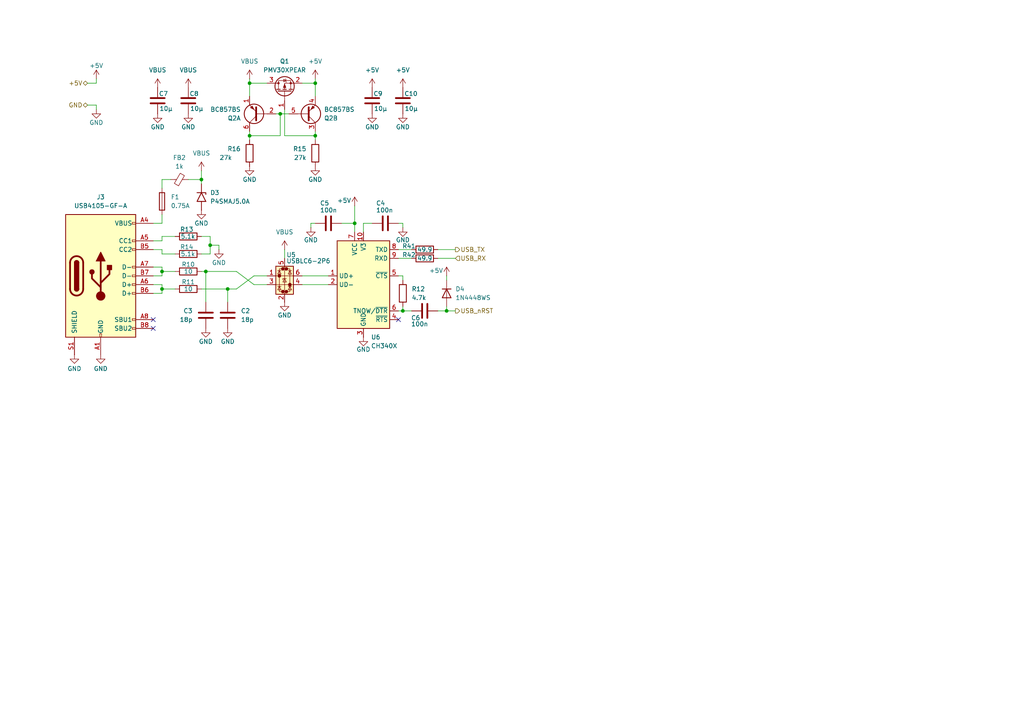
<source format=kicad_sch>
(kicad_sch (version 20241004) (generator "eeschema") (generator_version "8.99")
  (paper "A4")
  (title_block (title "Poe Ethernet GPIB Adapter") (date "2024-12-25") (rev "1") (company "KOFOTRONIC"))
  (lib_symbols
    (symbol "Connector:USB_C_Receptacle_USB2.0" (pin_names (offset 1.016))
      (property "Reference" "J" (at -10.16 19.05 0))
      (property "Value" "USB_C_Receptacle_USB2.0" (at 19.05 19.05 0))
      (symbol "USB_C_Receptacle_USB2.0_0_0"
        (rectangle (start -0.254 -17.78) (end 0.254 -16.764))
        (rectangle (start 10.16 15.494) (end 9.144 14.986))
        (rectangle (start 10.16 10.414) (end 9.144 9.906))
        (rectangle (start 10.16 7.874) (end 9.144 7.366))
        (rectangle (start 10.16 2.794) (end 9.144 2.286))
        (rectangle (start 10.16 0.254) (end 9.144 -0.254))
        (rectangle (start 10.16 -2.286) (end 9.144 -2.794))
        (rectangle (start 10.16 -4.826) (end 9.144 -5.334))
        (rectangle (start 10.16 -12.446) (end 9.144 -12.954))
        (rectangle (start 10.16 -14.986) (end 9.144 -15.494))
      )
      (symbol "USB_C_Receptacle_USB2.0_0_1"
        (rectangle (start -10.16 17.78) (end 10.16 -17.78) (stroke (width 0.254)) (fill (type background)))
        (polyline (pts (xy -8.89 -3.81) (xy -8.89 3.81)) (stroke (width 0.508)))
        (rectangle (start -7.62 -3.81) (end -6.35 3.81) (stroke (width 0.254)) (fill (type outline)))
        (arc (start -7.62 3.81) (mid -6.985 4.4423) (end -6.35 3.81) (stroke (width 0.254)) (fill (type outline)))
        (arc (start -7.62 3.81) (mid -6.985 4.4423) (end -6.35 3.81) (stroke (width 0.254)))
        (arc (start -8.89 3.81) (mid -6.985 5.7067) (end -5.08 3.81) (stroke (width 0.508)))
        (arc (start -5.08 -3.81) (mid -6.985 -5.7067) (end -8.89 -3.81) (stroke (width 0.508)))
        (arc (start -6.35 -3.81) (mid -6.985 -4.4423) (end -7.62 -3.81) (stroke (width 0.254)) (fill (type outline)))
        (arc (start -6.35 -3.81) (mid -6.985 -4.4423) (end -7.62 -3.81) (stroke (width 0.254)))
        (polyline (pts (xy -5.08 3.81) (xy -5.08 -3.81)) (stroke (width 0.508)))
        (circle (center -2.54 1.143) (radius 0.635) (stroke (width 0.254)) (fill (type outline)))
        (polyline (pts (xy -1.27 4.318) (xy 0 6.858) (xy 1.27 4.318) (xy -1.27 4.318)) (stroke (width 0.254)) (fill (type outline)))
        (polyline (pts (xy 0 -2.032) (xy 2.54 0.508) (xy 2.54 1.778)) (stroke (width 0.508)))
        (polyline (pts (xy 0 -3.302) (xy -2.54 -0.762) (xy -2.54 0.508)) (stroke (width 0.508)))
        (polyline (pts (xy 0 -5.842) (xy 0 4.318)) (stroke (width 0.508)))
        (circle (center 0 -5.842) (radius 1.27) (fill (type outline)))
        (rectangle (start 1.905 1.778) (end 3.175 3.048) (stroke (width 0.254)) (fill (type outline)))
      )
      (symbol "USB_C_Receptacle_USB2.0_1_1"
        (pin passive line (at -7.62 -22.86 90) (length 5.08) (name "SHIELD") (number "S1"))
        (pin passive line (at 0 -22.86 90) (length 5.08) (name "GND") (number "A1"))
        (pin passive line (at 0 -22.86 90) (length 5.08) (hide yes) (name "GND") (number "A12"))
        (pin passive line (at 0 -22.86 90) (length 5.08) (hide yes) (name "GND") (number "B1"))
        (pin passive line (at 0 -22.86 90) (length 5.08) (hide yes) (name "GND") (number "B12"))
        (pin passive line (at 15.24 15.24 180) (length 5.08) (name "VBUS") (number "A4"))
        (pin passive line (at 15.24 15.24 180) (length 5.08) (hide yes) (name "VBUS") (number "A9"))
        (pin passive line (at 15.24 15.24 180) (length 5.08) (hide yes) (name "VBUS") (number "B4"))
        (pin passive line (at 15.24 15.24 180) (length 5.08) (hide yes) (name "VBUS") (number "B9"))
        (pin bidirectional line (at 15.24 10.16 180) (length 5.08) (name "CC1") (number "A5"))
        (pin bidirectional line (at 15.24 7.62 180) (length 5.08) (name "CC2") (number "B5"))
        (pin bidirectional line (at 15.24 2.54 180) (length 5.08) (name "D-") (number "A7"))
        (pin bidirectional line (at 15.24 0 180) (length 5.08) (name "D-") (number "B7"))
        (pin bidirectional line (at 15.24 -2.54 180) (length 5.08) (name "D+") (number "A6"))
        (pin bidirectional line (at 15.24 -5.08 180) (length 5.08) (name "D+") (number "B6"))
        (pin bidirectional line (at 15.24 -12.7 180) (length 5.08) (name "SBU1") (number "A8"))
        (pin bidirectional line (at 15.24 -15.24 180) (length 5.08) (name "SBU2") (number "B8"))
      )
    )
    (symbol "Device:C" (pin_numbers (hide yes)) (pin_names (offset 0.254))
      (property "Reference" "C" (at 0.635 2.54 0))
      (property "Value" "C" (at 0.635 -2.54 0))
      (symbol "C_0_1"
        (polyline (pts (xy -2.032 0.762) (xy 2.032 0.762)) (stroke (width 0.508)))
        (polyline (pts (xy -2.032 -0.762) (xy 2.032 -0.762)) (stroke (width 0.508)))
      )
      (symbol "C_1_1"
        (pin passive line (at 0 3.81 270) (length 2.794) (name "~") (number "1"))
        (pin passive line (at 0 -3.81 90) (length 2.794) (name "~") (number "2"))
      )
    )
    (symbol "Device:FerriteBead_Small" (pin_numbers (hide yes)) (pin_names (offset 0))
      (property "Reference" "FB" (at 1.905 1.27 0))
      (property "Value" "FerriteBead_Small" (at 1.905 -1.27 0))
      (symbol "FerriteBead_Small_0_1"
        (polyline (pts (xy -1.8288 0.2794) (xy -1.1176 1.4986) (xy 1.8288 -0.2032) (xy 1.1176 -1.4224) (xy -1.8288 0.2794)))
        (polyline (pts (xy 0 0.889) (xy 0 1.2954)))
        (polyline (pts (xy 0 -1.27) (xy 0 -0.7874)))
      )
      (symbol "FerriteBead_Small_1_1"
        (pin passive line (at 0 2.54 270) (length 1.27) (name "~") (number "1"))
        (pin passive line (at 0 -2.54 90) (length 1.27) (name "~") (number "2"))
      )
    )
    (symbol "Device:Fuse" (pin_numbers (hide yes)) (pin_names (offset 0))
      (property "Reference" "F" (at 2.032 0 90))
      (property "Value" "Fuse" (at -1.905 0 90))
      (symbol "Fuse_0_1"
        (rectangle (start -0.762 -2.54) (end 0.762 2.54) (stroke (width 0.254)))
        (polyline (pts (xy 0 2.54) (xy 0 -2.54)))
      )
      (symbol "Fuse_1_1"
        (pin passive line (at 0 3.81 270) (length 1.27) (name "~") (number "1"))
        (pin passive line (at 0 -3.81 90) (length 1.27) (name "~") (number "2"))
      )
    )
    (symbol "Device:R" (pin_numbers (hide yes)) (pin_names (offset 0))
      (property "Reference" "R" (at 2.032 0 90))
      (property "Value" "R" (at 0 0 90))
      (symbol "R_0_1"
        (rectangle (start -1.016 -2.54) (end 1.016 2.54) (stroke (width 0.254)))
      )
      (symbol "R_1_1"
        (pin passive line (at 0 3.81 270) (length 1.27) (name "~") (number "1"))
        (pin passive line (at 0 -3.81 90) (length 1.27) (name "~") (number "2"))
      )
    )
    (symbol "Diode:1N4448WS" (pin_numbers (hide yes)) (pin_names (hide yes))
      (property "Reference" "D" (at 0 2.54 0))
      (property "Value" "1N4448WS" (at 0 -2.54 0))
      (symbol "1N4448WS_0_1"
        (polyline (pts (xy -1.27 1.27) (xy -1.27 -1.27)) (stroke (width 0.254)))
        (polyline (pts (xy 1.27 1.27) (xy 1.27 -1.27) (xy -1.27 0) (xy 1.27 1.27)) (stroke (width 0.254)))
        (polyline (pts (xy 1.27 0) (xy -1.27 0)))
      )
      (symbol "1N4448WS_1_1"
        (pin passive line (at -3.81 0 0) (length 2.54) (name "K") (number "1"))
        (pin passive line (at 3.81 0 180) (length 2.54) (name "A") (number "2"))
      )
    )
    (symbol "Diode:SMAJ5.0A" (pin_numbers (hide yes)) (pin_names (offset 1.016) (hide yes))
      (property "Reference" "D" (at 0 2.54 0))
      (property "Value" "SMAJ5.0A" (at 0 -2.54 0))
      (symbol "SMAJ5.0A_0_1"
        (polyline (pts (xy -0.762 1.27) (xy -1.27 1.27) (xy -1.27 -1.27)) (stroke (width 0.254)))
        (polyline (pts (xy 1.27 1.27) (xy 1.27 -1.27) (xy -1.27 0) (xy 1.27 1.27)) (stroke (width 0.254)))
      )
      (symbol "SMAJ5.0A_1_1"
        (pin passive line (at -3.81 0 0) (length 2.54) (name "A1") (number "1"))
        (pin passive line (at 3.81 0 180) (length 2.54) (name "A2") (number "2"))
      )
    )
    (symbol "Interface_USB:CH340X"
      (property "Reference" "U" (at -5.08 13.97 0))
      (property "Value" "CH340X" (at 1.27 13.97 0))
      (symbol "CH340X_0_1"
        (rectangle (start -7.62 12.7) (end 7.62 -12.7) (stroke (width 0.254)) (fill (type background)))
      )
      (symbol "CH340X_1_1"
        (pin bidirectional line (at -10.16 2.54 0) (length 2.54) (name "UD+") (number "1"))
        (pin bidirectional line (at -10.16 0 0) (length 2.54) (name "UD-") (number "2"))
        (pin power_in line (at -2.54 15.24 270) (length 2.54) (name "VCC") (number "7"))
        (pin power_out line (at 0 15.24 270) (length 2.54) (name "V3") (number "10"))
        (pin power_in line (at 0 -15.24 90) (length 2.54) (name "GND") (number "3"))
        (pin output line (at 10.16 10.16 180) (length 2.54) (name "TXD") (number "8"))
        (pin input line (at 10.16 7.62 180) (length 2.54) (name "RXD") (number "9"))
        (pin input line (at 10.16 2.54 180) (length 2.54) (name "~{CTS}") (number "5"))
        (pin output line (at 10.16 -7.62 180) (length 2.54) (name "TNOW/~{DTR}") (number "6"))
        (pin output line (at 10.16 -10.16 180) (length 2.54) (name "~{RTS}") (number "4"))
      )
    )
    (symbol "Power_Protection:USBLC6-2P6" (pin_names (hide yes))
      (property "Reference" "U" (at 0.635 5.715 0))
      (property "Value" "USBLC6-2P6" (at 0.635 3.81 0))
      (symbol "USBLC6-2P6_0_0"
        (circle (center -1.524 0) (radius 0.0001) (stroke (width 0.508)))
        (circle (center -0.508 2.032) (radius 0.0001) (stroke (width 0.508)))
        (circle (center -0.508 -4.572) (radius 0.0001) (stroke (width 0.508)))
        (circle (center 0.508 2.032) (radius 0.0001) (stroke (width 0.508)))
        (circle (center 0.508 -4.572) (radius 0.0001) (stroke (width 0.508)))
        (circle (center 1.524 -2.54) (radius 0.0001) (stroke (width 0.508)))
      )
      (symbol "USBLC6-2P6_0_1"
        (polyline (pts (xy -2.54 0) (xy 2.54 0)))
        (polyline (pts (xy -2.54 -2.54) (xy 2.54 -2.54)))
        (polyline (pts (xy -2.032 0.508) (xy -1.016 0.508) (xy -1.524 1.524) (xy -2.032 0.508)))
        (polyline (pts (xy -2.032 -3.048) (xy -1.016 -3.048)))
        (polyline (pts (xy -1.016 1.524) (xy -2.032 1.524)))
        (polyline (pts (xy -1.016 -4.064) (xy -2.032 -4.064) (xy -1.524 -3.048) (xy -1.016 -4.064)))
        (polyline (pts (xy -0.508 -1.143) (xy -0.508 -0.762) (xy 0.508 -0.762)))
        (polyline (pts (xy 0 2.54) (xy -0.508 2.032) (xy 0.508 2.032) (xy 0 1.524) (xy 0 -4.064) (xy -0.508 -4.572) (xy 0.508 -4.572) (xy 0 -5.08)))
        (polyline (pts (xy 0.508 -1.778) (xy -0.508 -1.778) (xy 0 -0.762) (xy 0.508 -1.778)))
        (polyline (pts (xy 1.016 1.524) (xy 2.032 1.524)))
        (polyline (pts (xy 1.016 -3.048) (xy 2.032 -3.048)))
        (polyline (pts (xy 2.032 0.508) (xy 1.016 0.508) (xy 1.524 1.524) (xy 2.032 0.508)))
        (polyline (pts (xy 2.032 -4.064) (xy 1.016 -4.064) (xy 1.524 -3.048) (xy 2.032 -4.064)))
      )
      (symbol "USBLC6-2P6_1_1"
        (rectangle (start -2.54 2.794) (end 2.54 -5.334) (stroke (width 0.254)) (fill (type background)))
        (polyline (pts (xy -0.508 2.032) (xy -1.524 2.032) (xy -1.524 -4.572) (xy -0.508 -4.572)))
        (polyline (pts (xy 0.508 -4.572) (xy 1.524 -4.572) (xy 1.524 2.032) (xy 0.508 2.032)))
        (pin passive line (at -5.08 0 0) (length 2.54) (name "I/O1") (number "1"))
        (pin passive line (at -5.08 -2.54 0) (length 2.54) (name "I/O2") (number "3"))
        (pin passive line (at 0 5.08 270) (length 2.54) (name "VBUS") (number "5"))
        (pin passive line (at 0 -7.62 90) (length 2.54) (name "GND") (number "2"))
        (pin passive line (at 5.08 0 180) (length 2.54) (name "I/O1") (number "6"))
        (pin passive line (at 5.08 -2.54 180) (length 2.54) (name "I/O2") (number "4"))
      )
    )
    (symbol "Transistor_BJT:BC857BS" (pin_names (offset 0) (hide yes))
      (property "Reference" "Q" (at 5.08 1.27 0))
      (property "Value" "BC857BS" (at 5.08 -1.27 0))
      (symbol "BC857BS_0_1"
        (polyline (pts (xy 0.635 1.905) (xy 0.635 -1.905) (xy 0.635 -1.905)) (stroke (width 0.508)))
        (polyline (pts (xy 0.635 0.635) (xy 2.54 2.54)))
        (polyline (pts (xy 0.635 0) (xy -2.54 0)))
        (polyline (pts (xy 0.635 -0.635) (xy 2.54 -2.54) (xy 2.54 -2.54)))
        (circle (center 1.27 0) (radius 2.8194) (stroke (width 0.254)))
        (polyline (pts (xy 2.286 -1.778) (xy 1.778 -2.286) (xy 1.27 -1.27) (xy 2.286 -1.778) (xy 2.286 -1.778)) (fill (type outline)))
      )
      (symbol "BC857BS_1_1"
        (pin input line (at -5.08 0 0) (length 2.54) (name "B1") (number "2"))
        (pin passive line (at 2.54 5.08 270) (length 2.54) (name "C1") (number "6"))
        (pin passive line (at 2.54 -5.08 90) (length 2.54) (name "E1") (number "1"))
      )
      (symbol "BC857BS_2_1"
        (pin input line (at -5.08 0 0) (length 2.54) (name "B2") (number "5"))
        (pin passive line (at 2.54 5.08 270) (length 2.54) (name "C2") (number "3"))
        (pin passive line (at 2.54 -5.08 90) (length 2.54) (name "E2") (number "4"))
      )
    )
    (symbol "Transistor_FET:PMV30XPEAR" (pin_names (hide yes))
      (property "Reference" "Q" (at 5.08 1.905 0))
      (property "Value" "PMV30XPEAR" (at 5.08 0 0))
      (symbol "PMV30XPEAR_0_1"
        (polyline (pts (xy 0.254 1.905) (xy 0.254 -1.905)) (stroke (width 0.254)))
        (polyline (pts (xy 0.254 0) (xy -2.54 0)))
        (polyline (pts (xy 0.762 2.286) (xy 0.762 1.27)) (stroke (width 0.254)))
        (polyline (pts (xy 0.762 1.778) (xy 3.302 1.778) (xy 3.302 -1.778) (xy 0.762 -1.778)))
        (polyline (pts (xy 0.762 0.508) (xy 0.762 -0.508)) (stroke (width 0.254)))
        (polyline (pts (xy 0.762 -1.27) (xy 0.762 -2.286)) (stroke (width 0.254)))
        (circle (center 1.651 0) (radius 2.794) (stroke (width 0.254)))
        (polyline (pts (xy 2.286 0) (xy 1.27 0.381) (xy 1.27 -0.381) (xy 2.286 0)) (fill (type outline)))
        (polyline (pts (xy 2.54 2.54) (xy 2.54 1.778)))
        (circle (center 2.54 1.778) (radius 0.254) (fill (type outline)))
        (circle (center 2.54 -1.778) (radius 0.254) (fill (type outline)))
        (polyline (pts (xy 2.54 -2.54) (xy 2.54 0) (xy 0.762 0)))
        (polyline (pts (xy 2.794 -0.508) (xy 2.921 -0.381) (xy 3.683 -0.381) (xy 3.81 -0.254)))
        (polyline (pts (xy 3.302 -0.381) (xy 2.921 0.254) (xy 3.683 0.254) (xy 3.302 -0.381)))
      )
      (symbol "PMV30XPEAR_1_1"
        (pin input line (at -5.08 0 0) (length 2.54) (name "G") (number "1"))
        (pin passive line (at 2.54 5.08 270) (length 2.54) (name "D") (number "3"))
        (pin passive line (at 2.54 -5.08 90) (length 2.54) (name "S") (number "2"))
      )
    )
    (symbol "power:+5V" (power) (pin_numbers (hide yes)) (pin_names (offset 0) (hide yes))
      (property "Value" "+5V" (at 0 3.556 0))
      (symbol "+5V_0_1"
        (polyline (pts (xy -0.762 1.27) (xy 0 2.54)))
        (polyline (pts (xy 0 2.54) (xy 0.762 1.27)))
        (polyline (pts (xy 0 0) (xy 0 2.54)))
      )
      (symbol "+5V_1_1"
        (pin power_in line (at 0 0 90) (length 0) (name "~") (number "1"))
      )
    )
    (symbol "power:GND" (power) (pin_numbers (hide yes)) (pin_names (offset 0) (hide yes))
      (property "Value" "GND" (at 0 -3.81 0))
      (symbol "GND_0_1"
        (polyline (pts (xy 0 0) (xy 0 -1.27) (xy 1.27 -1.27) (xy 0 -2.54) (xy -1.27 -1.27) (xy 0 -1.27)))
      )
      (symbol "GND_1_1"
        (pin power_in line (at 0 0 270) (length 0) (name "~") (number "1"))
      )
    )
    (symbol "power:VBUS" (power) (pin_numbers (hide yes)) (pin_names (offset 0) (hide yes))
      (property "Value" "VBUS" (at 0 3.556 0))
      (symbol "VBUS_0_1"
        (polyline (pts (xy -0.762 1.27) (xy 0 2.54)))
        (polyline (pts (xy 0 2.54) (xy 0.762 1.27)))
        (polyline (pts (xy 0 0) (xy 0 2.54)))
      )
      (symbol "VBUS_1_1"
        (pin power_in line (at 0 0 90) (length 0) (name "~") (number "1"))
      )
    )
  )
  (junction (at 72.39 24.13))
  (junction (at 59.69 78.74))
  (junction (at 81.28 33.02))
  (junction (at 46.99 83.82))
  (junction (at 102.87 64.77))
  (junction (at 91.44 24.13))
  (junction (at 91.44 39.37))
  (junction (at 66.04 83.82))
  (junction (at 60.96 71.12))
  (junction (at 46.99 78.74))
  (junction (at 116.84 90.17))
  (junction (at 129.54 90.17))
  (junction (at 72.39 39.37))
  (junction (at 58.42 52.07))
  (no_connect (at 44.45 95.25))
  (no_connect (at 44.45 92.71))
  (no_connect (at 115.57 92.71))
  (wire (pts (xy 58.42 49.53) (xy 58.42 52.07)))
  (wire (pts (xy 44.45 82.55) (xy 46.99 82.55)))
  (wire (pts (xy 46.99 62.23) (xy 46.99 64.77)))
  (wire (pts (xy 60.96 71.12) (xy 60.96 73.66)))
  (wire (pts (xy 72.39 24.13) (xy 72.39 27.94)))
  (wire (pts (xy 116.84 90.17) (xy 119.38 90.17)))
  (wire (pts (xy 46.99 64.77) (xy 44.45 64.77)))
  (wire (pts (xy 115.57 90.17) (xy 116.84 90.17)))
  (wire (pts (xy 91.44 39.37) (xy 91.44 40.64)))
  (wire (pts (xy 91.44 24.13) (xy 91.44 27.94)))
  (wire (pts (xy 91.44 38.1) (xy 91.44 39.37)))
  (wire (pts (xy 66.04 83.82) (xy 66.04 87.63)))
  (wire (pts (xy 82.55 39.37) (xy 91.44 39.37)))
  (wire (pts (xy 58.42 68.58) (xy 60.96 68.58)))
  (wire (pts (xy 72.39 39.37) (xy 72.39 40.64)))
  (wire (pts (xy 50.8 83.82) (xy 46.99 83.82)))
  (wire (pts (xy 46.99 82.55) (xy 46.99 83.82)))
  (wire (pts (xy 63.5 72.39) (xy 63.5 71.12)))
  (wire (pts (xy 87.63 24.13) (xy 91.44 24.13)))
  (wire (pts (xy 129.54 90.17) (xy 132.08 90.17)))
  (wire (pts (xy 87.63 80.01) (xy 95.25 80.01)))
  (wire (pts (xy 116.84 90.17) (xy 116.84 88.9)))
  (wire (pts (xy 80.01 33.02) (xy 81.28 33.02)))
  (wire (pts (xy 66.04 83.82) (xy 68.58 83.82)))
  (wire (pts (xy 60.96 68.58) (xy 60.96 71.12)))
  (wire (pts (xy 115.57 72.39) (xy 119.38 72.39)))
  (wire (pts (xy 68.58 78.74) (xy 73.66 82.55)))
  (wire (pts (xy 44.45 72.39) (xy 46.99 72.39)))
  (wire (pts (xy 115.57 74.93) (xy 119.38 74.93)))
  (wire (pts (xy 127 72.39) (xy 132.08 72.39)))
  (wire (pts (xy 82.55 31.75) (xy 82.55 39.37)))
  (wire (pts (xy 46.99 83.82) (xy 46.99 85.09)))
  (wire (pts (xy 59.69 78.74) (xy 59.69 87.63)))
  (wire (pts (xy 81.28 33.02) (xy 83.82 33.02)))
  (wire (pts (xy 90.17 64.77) (xy 90.17 66.04)))
  (wire (pts (xy 46.99 69.85) (xy 44.45 69.85)))
  (wire (pts (xy 81.28 33.02) (xy 81.28 39.37)))
  (wire (pts (xy 46.99 68.58) (xy 46.99 69.85)))
  (wire (pts (xy 115.57 64.77) (xy 116.84 64.77)))
  (wire (pts (xy 44.45 85.09) (xy 46.99 85.09)))
  (wire (pts (xy 102.87 64.77) (xy 99.06 64.77)))
  (wire (pts (xy 116.84 64.77) (xy 116.84 66.04)))
  (wire (pts (xy 58.42 78.74) (xy 59.69 78.74)))
  (wire (pts (xy 129.54 80.01) (xy 129.54 81.28)))
  (wire (pts (xy 46.99 52.07) (xy 49.53 52.07)))
  (wire (pts (xy 105.41 64.77) (xy 105.41 67.31)))
  (wire (pts (xy 27.94 24.13) (xy 25.4 24.13)))
  (wire (pts (xy 87.63 82.55) (xy 95.25 82.55)))
  (wire (pts (xy 50.8 68.58) (xy 46.99 68.58)))
  (wire (pts (xy 73.66 82.55) (xy 77.47 82.55)))
  (wire (pts (xy 102.87 64.77) (xy 102.87 67.31)))
  (wire (pts (xy 59.69 78.74) (xy 68.58 78.74)))
  (wire (pts (xy 82.55 72.39) (xy 82.55 74.93)))
  (wire (pts (xy 91.44 22.86) (xy 91.44 24.13)))
  (wire (pts (xy 72.39 22.86) (xy 72.39 24.13)))
  (wire (pts (xy 91.44 64.77) (xy 90.17 64.77)))
  (wire (pts (xy 27.94 22.86) (xy 27.94 24.13)))
  (wire (pts (xy 46.99 78.74) (xy 46.99 80.01)))
  (wire (pts (xy 27.94 30.48) (xy 27.94 31.75)))
  (wire (pts (xy 116.84 81.28) (xy 116.84 80.01)))
  (wire (pts (xy 46.99 77.47) (xy 46.99 78.74)))
  (wire (pts (xy 107.95 64.77) (xy 105.41 64.77)))
  (wire (pts (xy 77.47 24.13) (xy 72.39 24.13)))
  (wire (pts (xy 54.61 52.07) (xy 58.42 52.07)))
  (wire (pts (xy 46.99 73.66) (xy 46.99 72.39)))
  (wire (pts (xy 60.96 73.66) (xy 58.42 73.66)))
  (wire (pts (xy 127 74.93) (xy 132.08 74.93)))
  (wire (pts (xy 46.99 52.07) (xy 46.99 54.61)))
  (wire (pts (xy 72.39 38.1) (xy 72.39 39.37)))
  (wire (pts (xy 46.99 78.74) (xy 50.8 78.74)))
  (wire (pts (xy 50.8 73.66) (xy 46.99 73.66)))
  (wire (pts (xy 44.45 77.47) (xy 46.99 77.47)))
  (wire (pts (xy 44.45 80.01) (xy 46.99 80.01)))
  (wire (pts (xy 68.58 83.82) (xy 73.66 80.01)))
  (wire (pts (xy 129.54 88.9) (xy 129.54 90.17)))
  (wire (pts (xy 25.4 30.48) (xy 27.94 30.48)))
  (wire (pts (xy 81.28 39.37) (xy 72.39 39.37)))
  (wire (pts (xy 58.42 83.82) (xy 66.04 83.82)))
  (wire (pts (xy 58.42 53.34) (xy 58.42 52.07)))
  (wire (pts (xy 102.87 59.69) (xy 102.87 64.77)))
  (wire (pts (xy 60.96 71.12) (xy 63.5 71.12)))
  (wire (pts (xy 116.84 80.01) (xy 115.57 80.01)))
  (wire (pts (xy 73.66 80.01) (xy 77.47 80.01)))
  (wire (pts (xy 127 90.17) (xy 129.54 90.17)))
  (hierarchical_label "USB_nRST" (shape output) (at 132.08 90.17 0))
  (hierarchical_label "USB_RX" (shape input) (at 132.08 74.93 0))
  (hierarchical_label "USB_TX" (shape output) (at 132.08 72.39 0))
  (hierarchical_label "GND" (shape bidirectional) (at 25.4 30.48 180))
  (hierarchical_label "+5V" (shape bidirectional) (at 25.4 24.13 180))
  (symbol (lib_id "Diode:SMAJ5.0A") (at 58.42 57.15 270) (unit 1)
    (property "Reference" "D3" (at 60.96 55.8799 90) (effects (justify left)))
    (property "Value" "P4SMAJ5.0A" (at 60.96 58.4199 90) (effects (justify left)))
    (property "Footprint" "Diode_SMD:D_SMA" (effects (hide yes)))
    (property "Datasheet" "https://www.littelfuse.com/media?resourcetype=datasheets&itemid=75e32973-b177-4ee3-a0ff-cedaf1abdb93&filename=smaj-datasheet" (effects (hide yes)))
    (property "Description" "400W unidirectional Transient Voltage Suppressor, 5.0Vr, SMA(DO-214AC)" (effects (hide yes)))
    (property "Model" "P4SMAJ5.0A" (effects (hide yes)))
    (property "Manufacturer" "Diotec Semiconductor" (effects (hide yes)))
    (property "JLCPCB" "C391580" (effects (hide yes)))
  )
  (symbol (lib_id "power:+5V") (at 129.54 80.01 0) (unit 1)
    (property "Reference" "#PWR024" (effects (hide yes)))
    (property "Value" "+5V" (at 126.492 78.486 0))
    (property "Description" "Power symbol creates a global label with name \"+5V\"" (effects (hide yes)))
  )
  (symbol (lib_id "Device:R") (at 54.61 68.58 270) (unit 1)
    (property "Reference" "R13" (at 56.134 66.548 90) (effects (justify right)))
    (property "Value" "5.1k" (at 56.642 68.58 90) (effects (justify right)))
    (property "Footprint" "Resistor_SMD:R_0402_1005Metric" (effects (hide yes)))
    (property "Description" "Resistor" (effects (hide yes)))
    (property "Model" "RC0402FR-075K1L" (effects (hide yes)))
    (property "Manufacturer" "Yageo" (effects (hide yes)))
  )
  (symbol (lib_id "Interface_USB:CH340X") (at 105.41 82.55 0) (unit 1)
    (property "Reference" "U6" (at 107.6041 97.79 0) (effects (justify left)))
    (property "Value" "CH340X" (at 107.6041 100.33 0) (effects (justify left)))
    (property "Footprint" "Package_SO:MSOP-10_3x3mm_P0.5mm" (effects (hide yes)))
    (property "Datasheet" "https://cdn.sparkfun.com/assets/5/0/a/8/5/CH340DS1.PDF" (effects (hide yes)))
    (property "Description" "USB serial converter, 5V-tolerant IO, UART, MSOP-10" (effects (hide yes)))
    (property "Model" "CH340X" (effects (hide yes)))
    (property "Manufacturer" "Jiangsu Qin Heng" (effects (hide yes)))
    (property "JLCPCB" "C3035748 " (effects (hide yes)))
  )
  (symbol (lib_id "power:VBUS") (at 82.55 72.39 0) (unit 1)
    (property "Reference" "#PWR017" (effects (hide yes)))
    (property "Value" "VBUS" (at 82.55 67.31 0))
    (property "Description" "Power symbol creates a global label with name \"VBUS\"" (effects (hide yes)))
  )
  (symbol (lib_id "power:GND") (at 58.42 60.96 0) (unit 1)
    (property "Reference" "#PWR019" (effects (hide yes)))
    (property "Value" "GND" (at 58.42 64.77 0))
    (property "Description" "Power symbol creates a global label with name \"GND\" , ground" (effects (hide yes)))
  )
  (symbol (lib_id "Device:R") (at 54.61 78.74 90) (mirror x) (unit 1)
    (property "Reference" "R10" (at 54.61 76.708 90))
    (property "Value" "10" (at 54.61 78.74 90))
    (property "Footprint" "Resistor_SMD:R_0402_1005Metric" (effects (hide yes)))
    (property "Description" "Resistor" (effects (hide yes)))
    (property "Model" "RC0402FR-0710RL" (effects (hide yes)))
    (property "Manufacturer" "Yageo" (effects (hide yes)))
  )
  (symbol (lib_id "power:+5V") (at 102.87 59.69 0) (unit 1)
    (property "Reference" "#PWR018" (effects (hide yes)))
    (property "Value" "+5V" (at 99.822 58.166 0))
    (property "Description" "Power symbol creates a global label with name \"+5V\"" (effects (hide yes)))
  )
  (symbol (lib_id "Device:C") (at 107.95 29.21 0) (unit 1)
    (property "Reference" "C9" (at 110.998 27.178 0) (effects (justify right)))
    (property "Value" "10µ" (at 108.458 31.496 0) (effects (justify left)))
    (property "Footprint" "Capacitor_SMD:C_0402_1005Metric" (effects (hide yes)))
    (property "Description" "Unpolarized capacitor" (effects (hide yes)))
    (property "Model" "GRM155R60J106ME05D" (effects (hide yes)))
    (property "Manufacturer" "Murata" (effects (hide yes)))
    (property "JLCPCB" "C15525" (effects (hide yes)))
  )
  (symbol (lib_id "Diode:1N4448WS") (at 129.54 85.09 270) (unit 1)
    (property "Reference" "D4" (at 132.08 83.8199 90) (effects (justify left)))
    (property "Value" "1N4448WS" (at 132.08 86.3599 90) (effects (justify left)))
    (property "Footprint" "Diode_SMD:D_SOD-323" (effects (hide yes)))
    (property "Datasheet" "https://www.vishay.com/docs/81387/1n4448ws.pdf" (effects (hide yes)))
    (property "Description" "75V 0.15A Small Signal Fast switching Diode, SOD-323" (effects (hide yes)))
    (property "Sim.Device" "D" (effects (hide yes)))
    (property "Sim.Pins" "1=K 2=A" (effects (hide yes)))
    (property "Model" "1N4448WS" (effects (hide yes)))
    (property "Manufacturer" "Diotec Semiconductor" (effects (hide yes)))
    (property "JLCPCB" "C8602" (effects (hide yes)))
  )
  (symbol (lib_id "power:GND") (at 54.61 33.02 0) (unit 1)
    (property "Reference" "#PWR030" (effects (hide yes)))
    (property "Value" "GND" (at 54.61 36.83 0))
    (property "Description" "Power symbol creates a global label with name \"GND\" , ground" (effects (hide yes)))
  )
  (symbol (lib_id "power:GND") (at 82.55 87.63 0) (unit 1)
    (property "Reference" "#PWR012" (effects (hide yes)))
    (property "Value" "GND" (at 82.55 91.44 0))
    (property "Description" "Power symbol creates a global label with name \"GND\" , ground" (effects (hide yes)))
  )
  (symbol (lib_id "Device:C") (at 123.19 90.17 90) (mirror x) (unit 1)
    (property "Reference" "C6" (at 121.9199 92.202 90) (effects (justify left)))
    (property "Value" "100n" (at 124.206 93.98 90) (effects (justify left)))
    (property "Footprint" "Capacitor_SMD:C_0402_1005Metric" (effects (hide yes)))
    (property "Description" "Unpolarized capacitor" (effects (hide yes)))
    (property "Model" "C0402C104K4RACTU" (effects (hide yes)))
    (property "Manufacturer" "KEMET" (effects (hide yes)))
    (property "JLCPCB" "C1525" (effects (hide yes)))
  )
  (symbol (lib_id "power:GND") (at 45.72 33.02 0) (unit 1)
    (property "Reference" "#PWR028" (effects (hide yes)))
    (property "Value" "GND" (at 45.72 36.83 0))
    (property "Description" "Power symbol creates a global label with name \"GND\" , ground" (effects (hide yes)))
  )
  (symbol (lib_id "Device:FerriteBead_Small") (at 52.07 52.07 90) (unit 1)
    (property "Reference" "FB2" (at 52.0319 45.72 90))
    (property "Value" "1k" (at 52.0319 48.26 90))
    (property "Footprint" "Inductor_SMD:L_0805_2012Metric" (effects (hide yes)))
    (property "Description" "Ferrite bead, small symbol" (effects (hide yes)))
    (property "Model" "BLM21PG102BH1D" (effects (hide yes)))
    (property "Manufacturer" "Murata Electronics" (effects (hide yes)))
    (property "JLCPCB" "C710395" (effects (hide yes)))
  )
  (symbol (lib_id "power:VBUS") (at 58.42 49.53 0) (unit 1)
    (property "Reference" "#PWR016" (effects (hide yes)))
    (property "Value" "VBUS" (at 58.42 44.45 0))
    (property "Description" "Power symbol creates a global label with name \"VBUS\"" (effects (hide yes)))
  )
  (symbol (lib_id "power:GND") (at 90.17 66.04 0) (unit 1)
    (property "Reference" "#PWR010" (effects (hide yes)))
    (property "Value" "GND" (at 90.17 69.596 0))
    (property "Description" "Power symbol creates a global label with name \"GND\" , ground" (effects (hide yes)))
  )
  (symbol (lib_id "Device:R") (at 91.44 44.45 0) (mirror y) (unit 1)
    (property "Reference" "R15" (at 88.9 43.1799 0) (effects (justify left)))
    (property "Value" "27k" (at 88.9 45.7199 0) (effects (justify left)))
    (property "Footprint" "Resistor_SMD:R_0402_1005Metric" (effects (hide yes)))
    (property "Description" "Resistor" (effects (hide yes)))
    (property "Model" "RC0402FR-0727KL" (effects (hide yes)))
    (property "Manufacturer" "Yageo" (effects (hide yes)))
  )
  (symbol (lib_id "power:+5V") (at 116.84 25.4 0) (unit 1)
    (property "Reference" "#PWR034" (effects (hide yes)))
    (property "Value" "+5V" (at 116.84 20.32 0))
    (property "Description" "Power symbol creates a global label with name \"+5V\"" (effects (hide yes)))
  )
  (symbol (lib_id "Device:R") (at 54.61 73.66 270) (unit 1)
    (property "Reference" "R14" (at 56.134 71.628 90) (effects (justify right)))
    (property "Value" "5.1k" (at 56.642 73.66 90) (effects (justify right)))
    (property "Footprint" "Resistor_SMD:R_0402_1005Metric" (effects (hide yes)))
    (property "Description" "Resistor" (effects (hide yes)))
    (property "Model" "RC0402FR-075K1L" (effects (hide yes)))
    (property "Manufacturer" "Yageo" (effects (hide yes)))
  )
  (symbol (lib_id "Device:C") (at 111.76 64.77 90) (unit 1)
    (property "Reference" "C4" (at 111.76 58.9279 90) (effects (justify left)))
    (property "Value" "100n" (at 114.046 60.96 90) (effects (justify left)))
    (property "Footprint" "Capacitor_SMD:C_0402_1005Metric" (effects (hide yes)))
    (property "Description" "Unpolarized capacitor" (effects (hide yes)))
    (property "Model" "C0402C104K4RACTU" (effects (hide yes)))
    (property "Manufacturer" "KEMET" (effects (hide yes)))
    (property "JLCPCB" "C1525" (effects (hide yes)))
  )
  (symbol (lib_id "Power_Protection:USBLC6-2P6") (at 82.55 80.01 0) (unit 1)
    (property "Reference" "U5" (at 83.058 73.914 0) (effects (justify left)))
    (property "Value" "USBLC6-2P6" (at 83.058 75.692 0) (effects (justify left)))
    (property "Footprint" "Package_TO_SOT_SMD:SOT-666" (effects (hide yes)))
    (property "Datasheet" "https://www.st.com/resource/en/datasheet/usblc6-2.pdf" (effects (hide yes)))
    (property "Description" "Very low capacitance ESD protection diode, 2 data-line, SOT-666" (effects (hide yes)))
    (property "Model" "USBLC6-2P6" (effects (hide yes)))
    (property "Manufacturer" "STMicroelectronics " (effects (hide yes)))
    (property "JLCPCB" "C2827693" (effects (hide yes)))
  )
  (symbol (lib_id "Device:C") (at 45.72 29.21 0) (unit 1)
    (property "Reference" "C7" (at 48.768 27.178 0) (effects (justify right)))
    (property "Value" "10µ" (at 46.228 31.496 0) (effects (justify left)))
    (property "Footprint" "Capacitor_SMD:C_0402_1005Metric" (effects (hide yes)))
    (property "Description" "Unpolarized capacitor" (effects (hide yes)))
    (property "Model" "GRM155R60J106ME05D" (effects (hide yes)))
    (property "Manufacturer" "Murata" (effects (hide yes)))
    (property "JLCPCB" "C15525" (effects (hide yes)))
  )
  (symbol (lib_id "power:GND") (at 107.95 33.02 0) (unit 1)
    (property "Reference" "#PWR031" (effects (hide yes)))
    (property "Value" "GND" (at 107.95 36.83 0))
    (property "Description" "Power symbol creates a global label with name \"GND\" , ground" (effects (hide yes)))
  )
  (symbol (lib_id "Connector:USB_C_Receptacle_USB2.0") (at 29.21 80.01 0) (unit 1)
    (property "Reference" "J3" (at 29.21 57.15 0))
    (property "Value" "USB4105-GF-A" (at 29.21 59.69 0))
    (property "Footprint" "Connector_USB:USB_C_Receptacle_GCT_USB4105-xx-A_16P_TopMnt_Horizontal" (effects (hide yes)))
    (property "Datasheet" "https://www.usb.org/sites/default/files/documents/usb_type-c.zip" (effects (hide yes)))
    (property "Model" "USB4105-GF-A" (effects (hide yes)))
    (property "Manufacturer" "GCT" (effects (hide yes)))
    (property "JLCPCB" "C3020560" (effects (hide yes)))
  )
  (symbol (lib_id "Device:C") (at 116.84 29.21 0) (unit 1)
    (property "Reference" "C10" (at 121.158 27.178 0) (effects (justify right)))
    (property "Value" "10µ" (at 117.348 31.496 0) (effects (justify left)))
    (property "Footprint" "Capacitor_SMD:C_0402_1005Metric" (effects (hide yes)))
    (property "Description" "Unpolarized capacitor" (effects (hide yes)))
    (property "Model" "GRM155R60J106ME05D" (effects (hide yes)))
    (property "Manufacturer" "Murata" (effects (hide yes)))
    (property "JLCPCB" "C15525" (effects (hide yes)))
  )
  (symbol (lib_id "power:GND") (at 59.69 95.25 0) (unit 1)
    (property "Reference" "#PWR07" (effects (hide yes)))
    (property "Value" "GND" (at 59.69 99.06 0))
    (property "Description" "Power symbol creates a global label with name \"GND\" , ground" (effects (hide yes)))
  )
  (symbol (lib_id "power:VBUS") (at 45.72 25.4 0) (unit 1)
    (property "Reference" "#PWR027" (effects (hide yes)))
    (property "Value" "VBUS" (at 45.72 20.32 0))
    (property "Description" "Power symbol creates a global label with name \"VBUS\"" (effects (hide yes)))
  )
  (symbol (lib_id "power:VBUS") (at 54.61 25.4 0) (unit 1)
    (property "Reference" "#PWR029" (effects (hide yes)))
    (property "Value" "VBUS" (at 54.61 20.32 0))
    (property "Description" "Power symbol creates a global label with name \"VBUS\"" (effects (hide yes)))
  )
  (symbol (lib_id "Device:R") (at 72.39 44.45 0) (mirror y) (unit 1)
    (property "Reference" "R16" (at 69.85 43.1799 0) (effects (justify left)))
    (property "Value" "27k" (at 67.31 45.7199 0) (effects (justify left)))
    (property "Footprint" "Resistor_SMD:R_0402_1005Metric" (effects (hide yes)))
    (property "Description" "Resistor" (effects (hide yes)))
    (property "Model" "RC0402FR-0727KL" (effects (hide yes)))
    (property "Manufacturer" "Yageo" (effects (hide yes)))
  )
  (symbol (lib_id "Device:C") (at 66.04 91.44 0) (unit 1)
    (property "Reference" "C2" (at 69.85 90.1699 0) (effects (justify left)))
    (property "Value" "18p" (at 69.85 92.7099 0) (effects (justify left)))
    (property "Footprint" "Capacitor_SMD:C_0402_1005Metric" (effects (hide yes)))
    (property "Description" "Unpolarized capacitor" (effects (hide yes)))
    (property "Model" "CC0402GRNPO9BN180 " (effects (hide yes)))
    (property "Manufacturer" "YAGEO" (effects (hide yes)))
    (property "JLCPCB" "C1549" (effects (hide yes)))
  )
  (symbol (lib_id "power:GND") (at 72.39 48.26 0) (unit 1)
    (property "Reference" "#PWR021" (effects (hide yes)))
    (property "Value" "GND" (at 72.39 52.07 0))
    (property "Description" "Power symbol creates a global label with name \"GND\" , ground" (effects (hide yes)))
  )
  (symbol (lib_id "Device:C") (at 59.69 91.44 0) (mirror y) (unit 1)
    (property "Reference" "C3" (at 55.88 90.1699 0) (effects (justify left)))
    (property "Value" "18p" (at 55.88 92.7099 0) (effects (justify left)))
    (property "Footprint" "Capacitor_SMD:C_0402_1005Metric" (effects (hide yes)))
    (property "Description" "Unpolarized capacitor" (effects (hide yes)))
    (property "Model" "CC0402GRNPO9BN180 " (effects (hide yes)))
    (property "Manufacturer" "YAGEO" (effects (hide yes)))
    (property "JLCPCB" "C1549" (effects (hide yes)))
  )
  (symbol (lib_id "power:VBUS") (at 72.39 22.86 0) (unit 1)
    (property "Reference" "#PWR022" (effects (hide yes)))
    (property "Value" "VBUS" (at 72.39 17.78 0))
    (property "Description" "Power symbol creates a global label with name \"VBUS\"" (effects (hide yes)))
  )
  (symbol (lib_id "power:GND") (at 105.41 97.79 0) (unit 1)
    (property "Reference" "#PWR09" (effects (hide yes)))
    (property "Value" "GND" (at 105.41 101.346 0))
    (property "Description" "Power symbol creates a global label with name \"GND\" , ground" (effects (hide yes)))
  )
  (symbol (lib_id "power:GND") (at 21.59 102.87 0) (unit 1)
    (property "Reference" "#PWR014" (effects (hide yes)))
    (property "Value" "GND" (at 21.59 106.934 0))
    (property "Description" "Power symbol creates a global label with name \"GND\" , ground" (effects (hide yes)))
  )
  (symbol (lib_id "power:GND") (at 116.84 33.02 0) (unit 1)
    (property "Reference" "#PWR032" (effects (hide yes)))
    (property "Value" "GND" (at 116.84 36.83 0))
    (property "Description" "Power symbol creates a global label with name \"GND\" , ground" (effects (hide yes)))
  )
  (symbol (lib_id "power:+5V") (at 91.44 22.86 0) (unit 1)
    (property "Reference" "#PWR023" (effects (hide yes)))
    (property "Value" "+5V" (at 91.44 17.78 0))
    (property "Description" "Power symbol creates a global label with name \"+5V\"" (effects (hide yes)))
  )
  (symbol (lib_id "Device:R") (at 123.19 72.39 90) (mirror x) (unit 1)
    (property "Reference" "R41" (at 118.618 71.374 90))
    (property "Value" "49.9" (at 123.19 72.39 90))
    (property "Footprint" "Resistor_SMD:R_0402_1005Metric" (effects (hide yes)))
    (property "Description" "Resistor" (effects (hide yes)))
    (property "Model" "RC0402FR-0749R9L" (effects (hide yes)))
    (property "Manufacturer" "Yageo" (effects (hide yes)))
  )
  (symbol (lib_id "power:GND") (at 27.94 31.75 0) (unit 1)
    (property "Reference" "#PWR025" (effects (hide yes)))
    (property "Value" "GND" (at 27.94 35.56 0))
    (property "Description" "Power symbol creates a global label with name \"GND\" , ground" (effects (hide yes)))
  )
  (symbol (lib_id "Device:C") (at 54.61 29.21 0) (unit 1)
    (property "Reference" "C8" (at 57.658 27.178 0) (effects (justify right)))
    (property "Value" "10µ" (at 55.118 31.496 0) (effects (justify left)))
    (property "Footprint" "Capacitor_SMD:C_0402_1005Metric" (effects (hide yes)))
    (property "Description" "Unpolarized capacitor" (effects (hide yes)))
    (property "Model" "GRM155R60J106ME05D" (effects (hide yes)))
    (property "Manufacturer" "Murata" (effects (hide yes)))
    (property "JLCPCB" "C15525" (effects (hide yes)))
  )
  (symbol (lib_id "Device:R") (at 116.84 85.09 180) (unit 1)
    (property "Reference" "R12" (at 119.38 83.8199 0) (effects (justify right)))
    (property "Value" "4.7k" (at 119.38 86.3599 0) (effects (justify right)))
    (property "Footprint" "Resistor_SMD:R_0402_1005Metric" (effects (hide yes)))
    (property "Description" "Resistor" (effects (hide yes)))
    (property "Model" "RC0402FR-074K7L" (effects (hide yes)))
    (property "Manufacturer" "Yageo" (effects (hide yes)))
  )
  (symbol (lib_id "Device:R") (at 54.61 83.82 90) (unit 1)
    (property "Reference" "R11" (at 54.61 81.788 90))
    (property "Value" "10" (at 54.61 83.82 90))
    (property "Footprint" "Resistor_SMD:R_0402_1005Metric" (effects (hide yes)))
    (property "Description" "Resistor" (effects (hide yes)))
    (property "Model" "RC0402FR-0710RL" (effects (hide yes)))
    (property "Manufacturer" "Yageo" (effects (hide yes)))
  )
  (symbol (lib_id "Transistor_FET:PMV30XPEAR") (at 82.55 26.67 90) (unit 1)
    (property "Reference" "Q1" (at 82.55 17.78 90))
    (property "Value" "PMV30XPEAR" (at 82.55 20.32 90))
    (property "Footprint" "Package_TO_SOT_SMD:SOT-23" (effects (hide yes)))
    (property "Datasheet" "https://no.mouser.com/datasheet/2/916/PMV30XPEA-2938657.pdf" (effects (hide yes)))
    (property "Description" "-5.3A Id, -20V Vds, P-Channel MOSFET, SOT-23" (effects (hide yes)))
    (property "Model" "PMV30XPEAR" (effects (hide yes)))
    (property "Manufacturer" " Nexperia" (effects (hide yes)))
  )
  (symbol (lib_id "power:GND") (at 66.04 95.25 0) (unit 1)
    (property "Reference" "#PWR08" (effects (hide yes)))
    (property "Value" "GND" (at 66.04 99.06 0))
    (property "Description" "Power symbol creates a global label with name \"GND\" , ground" (effects (hide yes)))
  )
  (symbol (lib_id "power:+5V") (at 107.95 25.4 0) (unit 1)
    (property "Reference" "#PWR033" (effects (hide yes)))
    (property "Value" "+5V" (at 107.95 20.32 0))
    (property "Description" "Power symbol creates a global label with name \"+5V\"" (effects (hide yes)))
  )
  (symbol (lib_id "power:+5V") (at 27.94 22.86 0) (unit 1)
    (property "Reference" "#PWR026" (effects (hide yes)))
    (property "Value" "+5V" (at 27.94 19.05 0))
    (property "Description" "Power symbol creates a global label with name \"+5V\"" (effects (hide yes)))
  )
  (symbol (lib_id "power:GND") (at 63.5 72.39 0) (unit 1)
    (property "Reference" "#PWR015" (effects (hide yes)))
    (property "Value" "GND" (at 63.5 76.2 0))
    (property "Description" "Power symbol creates a global label with name \"GND\" , ground" (effects (hide yes)))
  )
  (symbol (lib_id "power:GND") (at 116.84 66.04 0) (unit 1)
    (property "Reference" "#PWR011" (effects (hide yes)))
    (property "Value" "GND" (at 116.84 69.596 0))
    (property "Description" "Power symbol creates a global label with name \"GND\" , ground" (effects (hide yes)))
  )
  (symbol (lib_id "power:GND") (at 29.21 102.87 0) (unit 1)
    (property "Reference" "#PWR013" (effects (hide yes)))
    (property "Value" "GND" (at 29.21 106.934 0))
    (property "Description" "Power symbol creates a global label with name \"GND\" , ground" (effects (hide yes)))
  )
  (symbol (lib_id "Device:C") (at 95.25 64.77 90) (unit 1)
    (property "Reference" "C5" (at 95.504 58.9279 90) (effects (justify left)))
    (property "Value" "100n" (at 97.79 60.96 90) (effects (justify left)))
    (property "Footprint" "Capacitor_SMD:C_0402_1005Metric" (effects (hide yes)))
    (property "Description" "Unpolarized capacitor" (effects (hide yes)))
    (property "Model" "C0402C104K4RACTU" (effects (hide yes)))
    (property "Manufacturer" "KEMET" (effects (hide yes)))
    (property "JLCPCB" "C1525" (effects (hide yes)))
  )
  (symbol (lib_id "Transistor_BJT:BC857BS") (at 88.9 33.02 0) (mirror x) (unit 2)
    (property "Reference" "Q2" (at 93.98 34.2901 0) (effects (justify left)))
    (property "Value" "BC857BS" (at 93.98 31.7501 0) (effects (justify left)))
    (property "Footprint" "Package_TO_SOT_SMD:SOT-363_SC-70-6" (effects (hide yes)))
    (property "Datasheet" "https://assets.nexperia.com/documents/data-sheet/BC857BS.pdf" (effects (hide yes)))
    (property "Description" "100mA IC, 45V Vce, Dual PNP/PNP Transistors, SOT-363" (effects (hide yes)))
    (property "Model" "BC857BS-QX" (effects (hide yes)))
    (property "Manufacturer" "Nexperia" (effects (hide yes)))
  )
  (symbol (lib_id "Device:R") (at 123.19 74.93 90) (mirror x) (unit 1)
    (property "Reference" "R42" (at 118.618 73.914 90))
    (property "Value" "49.9" (at 123.19 74.93 90))
    (property "Footprint" "Resistor_SMD:R_0402_1005Metric" (effects (hide yes)))
    (property "Description" "Resistor" (effects (hide yes)))
    (property "Model" "RC0402FR-0749R9L" (effects (hide yes)))
    (property "Manufacturer" "Yageo" (effects (hide yes)))
  )
  (symbol (lib_id "power:GND") (at 91.44 48.26 0) (unit 1)
    (property "Reference" "#PWR020" (effects (hide yes)))
    (property "Value" "GND" (at 91.44 52.07 0))
    (property "Description" "Power symbol creates a global label with name \"GND\" , ground" (effects (hide yes)))
  )
  (symbol (lib_id "Device:Fuse") (at 46.99 58.42 0) (unit 1)
    (property "Reference" "F1" (at 49.53 57.1499 0) (effects (justify left)))
    (property "Value" "0.75A" (at 49.53 59.6899 0) (effects (justify left)))
    (property "Footprint" "Fuse:Fuse_1812_4532Metric" (effects (hide yes)))
    (property "Datasheet" "https://no.mouser.com/datasheet/2/87/eaton_pts1812_6_60_volt_dc_surface_mount_resettabl-1608747.pdf" (effects (hide yes)))
    (property "Description" "Resettable Fuses - PPTC PPTC 1812 13V 0.75A SMD" (effects (hide yes)))
    (property "Model" "PTS181213V075 " (effects (hide yes)))
    (property "Manufacturer" "Eaton" (effects (hide yes)))
    (property "JLCPCB" "C3107 " (effects (hide yes)))
  )
  (symbol (lib_id "Transistor_BJT:BC857BS") (at 74.93 33.02 180) (unit 1)
    (property "Reference" "Q2" (at 69.85 34.2901 0) (effects (justify left)))
    (property "Value" "BC857BS" (at 69.85 31.75 0) (effects (justify left)))
    (property "Footprint" "Package_TO_SOT_SMD:SOT-363_SC-70-6" (effects (hide yes)))
    (property "Datasheet" "https://assets.nexperia.com/documents/data-sheet/BC857BS.pdf" (effects (hide yes)))
    (property "Description" "100mA IC, 45V Vce, Dual PNP/PNP Transistors, SOT-363" (effects (hide yes)))
    (property "Model" "BC857BS-QX" (effects (hide yes)))
    (property "Manufacturer" "Nexperia" (effects (hide yes)))
  )
)
</source>
